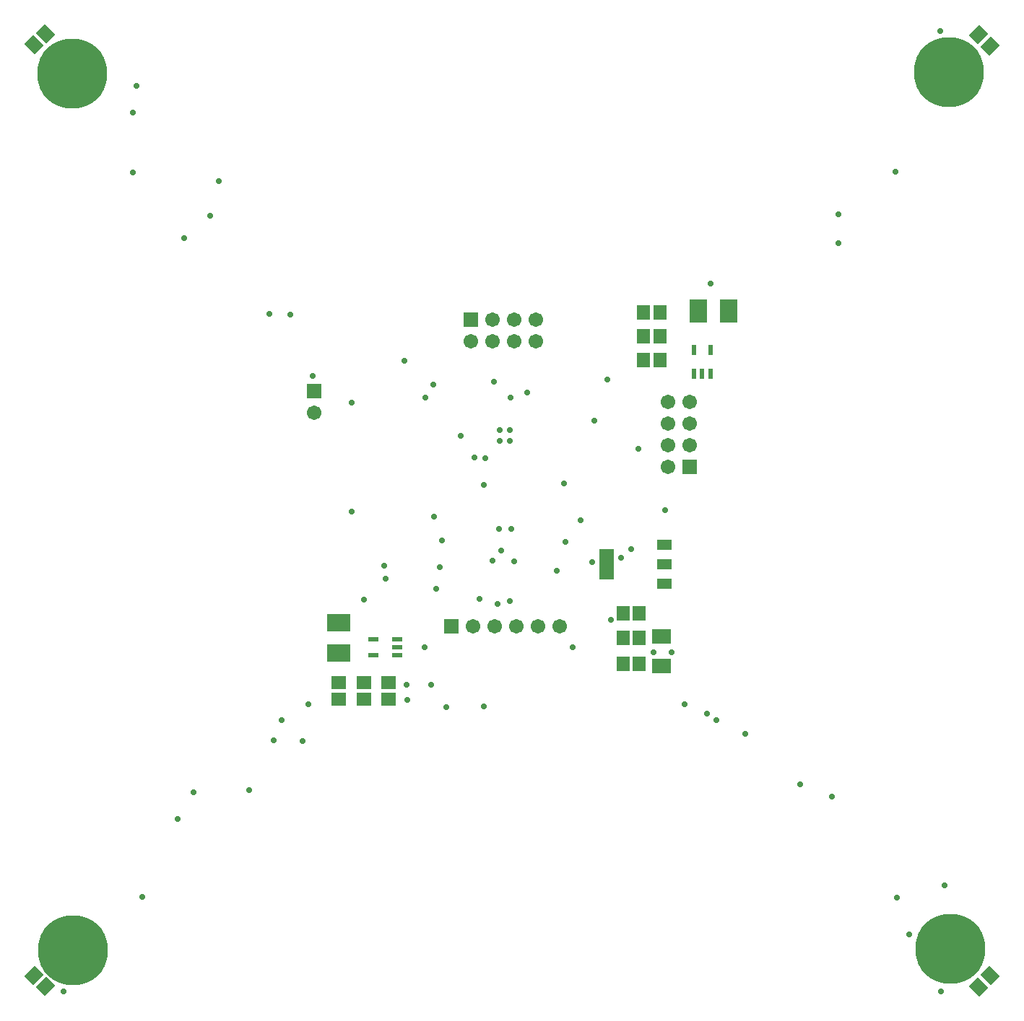
<source format=gbs>
%FSLAX25Y25*%
%MOIN*%
G70*
G01*
G75*
G04 Layer_Color=16711935*
G04:AMPARAMS|DCode=10|XSize=78.74mil|YSize=47.24mil|CornerRadius=0mil|HoleSize=0mil|Usage=FLASHONLY|Rotation=45.000|XOffset=0mil|YOffset=0mil|HoleType=Round|Shape=Rectangle|*
%AMROTATEDRECTD10*
4,1,4,-0.01114,-0.04454,-0.04454,-0.01114,0.01114,0.04454,0.04454,0.01114,-0.01114,-0.04454,0.0*
%
%ADD10ROTATEDRECTD10*%

G04:AMPARAMS|DCode=11|XSize=78.74mil|YSize=47.24mil|CornerRadius=0mil|HoleSize=0mil|Usage=FLASHONLY|Rotation=315.000|XOffset=0mil|YOffset=0mil|HoleType=Round|Shape=Rectangle|*
%AMROTATEDRECTD11*
4,1,4,-0.04454,0.01114,-0.01114,0.04454,0.04454,-0.01114,0.01114,-0.04454,-0.04454,0.01114,0.0*
%
%ADD11ROTATEDRECTD11*%

%ADD12O,0.08268X0.01181*%
%ADD13O,0.01181X0.08268*%
G04:AMPARAMS|DCode=14|XSize=59.06mil|YSize=51.18mil|CornerRadius=0mil|HoleSize=0mil|Usage=FLASHONLY|Rotation=225.000|XOffset=0mil|YOffset=0mil|HoleType=Round|Shape=Rectangle|*
%AMROTATEDRECTD14*
4,1,4,0.00278,0.03897,0.03897,0.00278,-0.00278,-0.03897,-0.03897,-0.00278,0.00278,0.03897,0.0*
%
%ADD14ROTATEDRECTD14*%

G04:AMPARAMS|DCode=15|XSize=35.43mil|YSize=37.4mil|CornerRadius=0mil|HoleSize=0mil|Usage=FLASHONLY|Rotation=45.000|XOffset=0mil|YOffset=0mil|HoleType=Round|Shape=Rectangle|*
%AMROTATEDRECTD15*
4,1,4,0.00070,-0.02575,-0.02575,0.00070,-0.00070,0.02575,0.02575,-0.00070,0.00070,-0.02575,0.0*
%
%ADD15ROTATEDRECTD15*%

G04:AMPARAMS|DCode=16|XSize=35.43mil|YSize=37.4mil|CornerRadius=0mil|HoleSize=0mil|Usage=FLASHONLY|Rotation=45.000|XOffset=0mil|YOffset=0mil|HoleType=Round|Shape=Rectangle|*
%AMROTATEDRECTD16*
4,1,4,0.00070,-0.02575,-0.02575,0.00070,-0.00070,0.02575,0.02575,-0.00070,0.00070,-0.02575,0.0*
%
%ADD16ROTATEDRECTD16*%

G04:AMPARAMS|DCode=17|XSize=59.06mil|YSize=51.18mil|CornerRadius=0mil|HoleSize=0mil|Usage=FLASHONLY|Rotation=135.000|XOffset=0mil|YOffset=0mil|HoleType=Round|Shape=Rectangle|*
%AMROTATEDRECTD17*
4,1,4,0.03897,-0.00278,0.00278,-0.03897,-0.03897,0.00278,-0.00278,0.03897,0.03897,-0.00278,0.0*
%
%ADD17ROTATEDRECTD17*%

G04:AMPARAMS|DCode=18|XSize=53.15mil|YSize=15.75mil|CornerRadius=0mil|HoleSize=0mil|Usage=FLASHONLY|Rotation=0.000|XOffset=0mil|YOffset=0mil|HoleType=Round|Shape=Octagon|*
%AMOCTAGOND18*
4,1,8,0.02658,-0.00394,0.02658,0.00394,0.02264,0.00787,-0.02264,0.00787,-0.02658,0.00394,-0.02658,-0.00394,-0.02264,-0.00787,0.02264,-0.00787,0.02658,-0.00394,0.0*
%
%ADD18OCTAGOND18*%

%ADD19R,0.07480X0.09000*%
%ADD20R,0.07480X0.07087*%
G04:AMPARAMS|DCode=21|XSize=35.43mil|YSize=37.4mil|CornerRadius=0mil|HoleSize=0mil|Usage=FLASHONLY|Rotation=135.000|XOffset=0mil|YOffset=0mil|HoleType=Round|Shape=Rectangle|*
%AMROTATEDRECTD21*
4,1,4,0.02575,0.00070,-0.00070,-0.02575,-0.02575,-0.00070,0.00070,0.02575,0.02575,0.00070,0.0*
%
%ADD21ROTATEDRECTD21*%

G04:AMPARAMS|DCode=22|XSize=35.43mil|YSize=37.4mil|CornerRadius=0mil|HoleSize=0mil|Usage=FLASHONLY|Rotation=135.000|XOffset=0mil|YOffset=0mil|HoleType=Round|Shape=Rectangle|*
%AMROTATEDRECTD22*
4,1,4,0.02575,0.00070,-0.00070,-0.02575,-0.02575,-0.00070,0.00070,0.02575,0.02575,0.00070,0.0*
%
%ADD22ROTATEDRECTD22*%

%ADD23R,0.07480X0.02756*%
%ADD24O,0.02362X0.00984*%
%ADD25O,0.00984X0.02362*%
%ADD26R,0.11024X0.10630*%
%ADD27R,0.05906X0.05118*%
%ADD28R,0.05906X0.03937*%
%ADD29R,0.04724X0.01654*%
%ADD30R,0.05118X0.05906*%
%ADD31R,0.03543X0.03740*%
%ADD32R,0.03543X0.03740*%
%ADD33C,0.01000*%
%ADD34C,0.05906*%
%ADD35R,0.05906X0.05906*%
%ADD36R,0.05906X0.05906*%
%ADD37C,0.31496*%
%ADD38C,0.01969*%
%ADD39R,0.06102X0.04331*%
%ADD40R,0.06102X0.04331*%
%ADD41R,0.06102X0.13583*%
%ADD42R,0.07874X0.05906*%
%ADD43R,0.09843X0.07087*%
%ADD44R,0.03937X0.01575*%
%ADD45R,0.03937X0.01575*%
%ADD46R,0.07087X0.09843*%
%ADD47R,0.01575X0.03937*%
%ADD48R,0.01575X0.03937*%
%ADD49C,0.00984*%
%ADD50C,0.02362*%
%ADD51C,0.00787*%
G04:AMPARAMS|DCode=52|XSize=86.74mil|YSize=55.24mil|CornerRadius=0mil|HoleSize=0mil|Usage=FLASHONLY|Rotation=45.000|XOffset=0mil|YOffset=0mil|HoleType=Round|Shape=Rectangle|*
%AMROTATEDRECTD52*
4,1,4,-0.01114,-0.05020,-0.05020,-0.01114,0.01114,0.05020,0.05020,0.01114,-0.01114,-0.05020,0.0*
%
%ADD52ROTATEDRECTD52*%

G04:AMPARAMS|DCode=53|XSize=86.74mil|YSize=55.24mil|CornerRadius=0mil|HoleSize=0mil|Usage=FLASHONLY|Rotation=315.000|XOffset=0mil|YOffset=0mil|HoleType=Round|Shape=Rectangle|*
%AMROTATEDRECTD53*
4,1,4,-0.05020,0.01114,-0.01114,0.05020,0.05020,-0.01114,0.01114,-0.05020,-0.05020,0.01114,0.0*
%
%ADD53ROTATEDRECTD53*%

%ADD54O,0.09068X0.01981*%
%ADD55O,0.01981X0.09068*%
G04:AMPARAMS|DCode=56|XSize=67.06mil|YSize=59.18mil|CornerRadius=0mil|HoleSize=0mil|Usage=FLASHONLY|Rotation=225.000|XOffset=0mil|YOffset=0mil|HoleType=Round|Shape=Rectangle|*
%AMROTATEDRECTD56*
4,1,4,0.00278,0.04463,0.04463,0.00278,-0.00278,-0.04463,-0.04463,-0.00278,0.00278,0.04463,0.0*
%
%ADD56ROTATEDRECTD56*%

G04:AMPARAMS|DCode=57|XSize=43.43mil|YSize=45.4mil|CornerRadius=0mil|HoleSize=0mil|Usage=FLASHONLY|Rotation=45.000|XOffset=0mil|YOffset=0mil|HoleType=Round|Shape=Rectangle|*
%AMROTATEDRECTD57*
4,1,4,0.00070,-0.03141,-0.03141,0.00070,-0.00070,0.03141,0.03141,-0.00070,0.00070,-0.03141,0.0*
%
%ADD57ROTATEDRECTD57*%

G04:AMPARAMS|DCode=58|XSize=43.43mil|YSize=45.4mil|CornerRadius=0mil|HoleSize=0mil|Usage=FLASHONLY|Rotation=45.000|XOffset=0mil|YOffset=0mil|HoleType=Round|Shape=Rectangle|*
%AMROTATEDRECTD58*
4,1,4,0.00070,-0.03141,-0.03141,0.00070,-0.00070,0.03141,0.03141,-0.00070,0.00070,-0.03141,0.0*
%
%ADD58ROTATEDRECTD58*%

G04:AMPARAMS|DCode=59|XSize=67.06mil|YSize=59.18mil|CornerRadius=0mil|HoleSize=0mil|Usage=FLASHONLY|Rotation=135.000|XOffset=0mil|YOffset=0mil|HoleType=Round|Shape=Rectangle|*
%AMROTATEDRECTD59*
4,1,4,0.04463,-0.00278,0.00278,-0.04463,-0.04463,0.00278,-0.00278,0.04463,0.04463,-0.00278,0.0*
%
%ADD59ROTATEDRECTD59*%

G04:AMPARAMS|DCode=60|XSize=61.15mil|YSize=23.75mil|CornerRadius=0mil|HoleSize=0mil|Usage=FLASHONLY|Rotation=0.000|XOffset=0mil|YOffset=0mil|HoleType=Round|Shape=Octagon|*
%AMOCTAGOND60*
4,1,8,0.03058,-0.00594,0.03058,0.00594,0.02464,0.01187,-0.02464,0.01187,-0.03058,0.00594,-0.03058,-0.00594,-0.02464,-0.01187,0.02464,-0.01187,0.03058,-0.00594,0.0*
%
%ADD60OCTAGOND60*%

%ADD61R,0.08280X0.09800*%
%ADD62R,0.08280X0.07887*%
G04:AMPARAMS|DCode=63|XSize=43.43mil|YSize=45.4mil|CornerRadius=0mil|HoleSize=0mil|Usage=FLASHONLY|Rotation=135.000|XOffset=0mil|YOffset=0mil|HoleType=Round|Shape=Rectangle|*
%AMROTATEDRECTD63*
4,1,4,0.03141,0.00070,-0.00070,-0.03141,-0.03141,-0.00070,0.00070,0.03141,0.03141,0.00070,0.0*
%
%ADD63ROTATEDRECTD63*%

G04:AMPARAMS|DCode=64|XSize=43.43mil|YSize=45.4mil|CornerRadius=0mil|HoleSize=0mil|Usage=FLASHONLY|Rotation=135.000|XOffset=0mil|YOffset=0mil|HoleType=Round|Shape=Rectangle|*
%AMROTATEDRECTD64*
4,1,4,0.03141,0.00070,-0.00070,-0.03141,-0.03141,-0.00070,0.00070,0.03141,0.03141,0.00070,0.0*
%
%ADD64ROTATEDRECTD64*%

%ADD65R,0.08280X0.03556*%
%ADD66O,0.03162X0.01784*%
%ADD67O,0.01784X0.03162*%
%ADD68R,0.11824X0.11430*%
%ADD69R,0.06706X0.05918*%
%ADD70R,0.06706X0.04737*%
%ADD71R,0.05524X0.02454*%
%ADD72R,0.05918X0.06706*%
%ADD73R,0.04343X0.04540*%
%ADD74R,0.04343X0.04540*%
%ADD75C,0.06706*%
%ADD76R,0.06706X0.06706*%
%ADD77R,0.06706X0.06706*%
%ADD78C,0.32296*%
%ADD79C,0.02769*%
%ADD80R,0.06902X0.05131*%
%ADD81R,0.06902X0.05131*%
%ADD82R,0.06902X0.14383*%
%ADD83R,0.08674X0.06706*%
%ADD84R,0.10642X0.07887*%
%ADD85R,0.04737X0.02375*%
%ADD86R,0.04737X0.02375*%
%ADD87R,0.07887X0.10642*%
%ADD88R,0.02375X0.04737*%
%ADD89R,0.02375X0.04737*%
D56*
X598645Y1021855D02*
D03*
X593355Y1027145D02*
D03*
X157355Y592645D02*
D03*
X162645Y587355D02*
D03*
D59*
X157355Y1022355D02*
D03*
X162645Y1027645D02*
D03*
X593212Y587212D02*
D03*
X598502Y592502D02*
D03*
D69*
X298000Y720260D02*
D03*
Y727740D02*
D03*
X309500Y720260D02*
D03*
Y727740D02*
D03*
X321000Y720260D02*
D03*
Y727740D02*
D03*
D72*
X429260Y736500D02*
D03*
X436740D02*
D03*
X429260Y748500D02*
D03*
X436740D02*
D03*
X429260Y760000D02*
D03*
X436740D02*
D03*
X438760Y899000D02*
D03*
X446240D02*
D03*
X438760Y888000D02*
D03*
X446240D02*
D03*
X438760Y877000D02*
D03*
X446240D02*
D03*
D75*
X450000Y857500D02*
D03*
Y847500D02*
D03*
Y837500D02*
D03*
Y827500D02*
D03*
X460000Y857500D02*
D03*
Y847500D02*
D03*
Y837500D02*
D03*
X360000Y754000D02*
D03*
X370000D02*
D03*
X380000D02*
D03*
X390000D02*
D03*
X400000D02*
D03*
X359000Y885500D02*
D03*
X369000D02*
D03*
Y895500D02*
D03*
X379000Y885500D02*
D03*
Y895500D02*
D03*
X389000Y885500D02*
D03*
Y895500D02*
D03*
X286500Y852500D02*
D03*
D76*
X460000Y827500D02*
D03*
X286500Y862500D02*
D03*
D77*
X350000Y754000D02*
D03*
X359000Y895500D02*
D03*
D78*
X174818Y1009182D02*
D03*
X579682Y1009682D02*
D03*
X175318Y604318D02*
D03*
X580182Y604818D02*
D03*
D79*
X372138Y844362D02*
D03*
X376862D02*
D03*
X372138Y839638D02*
D03*
X376862D02*
D03*
X398700Y779400D02*
D03*
X402500Y792890D02*
D03*
X423500Y756760D02*
D03*
X448600Y807600D02*
D03*
X369079Y784100D02*
D03*
X170900Y585300D02*
D03*
X337700Y744200D02*
D03*
X242700Y959600D02*
D03*
X329300Y727000D02*
D03*
X283900Y717900D02*
D03*
X337900Y859600D02*
D03*
X309600Y766300D02*
D03*
X360500Y831800D02*
D03*
X371900Y798800D02*
D03*
X385100Y861940D02*
D03*
X373000Y788900D02*
D03*
X402060Y820000D02*
D03*
X266000Y898200D02*
D03*
X328400Y876600D02*
D03*
X275500Y898000D02*
D03*
X365000Y819300D02*
D03*
X365600Y831400D02*
D03*
X436300Y835800D02*
D03*
X369579Y866700D02*
D03*
X378921Y783825D02*
D03*
X443400Y741800D02*
D03*
X451500D02*
D03*
X256587Y678100D02*
D03*
X207200Y628713D02*
D03*
X204600Y1003492D02*
D03*
X341600Y865500D02*
D03*
X469600Y912200D02*
D03*
X555000Y963800D02*
D03*
X344600Y781300D02*
D03*
X319700Y775900D02*
D03*
X422000Y867800D02*
D03*
X555787Y628626D02*
D03*
X329600Y719700D02*
D03*
X319000Y781800D02*
D03*
X285878Y869678D02*
D03*
X202986Y991300D02*
D03*
X203100Y963600D02*
D03*
X406000Y744100D02*
D03*
X416000Y848700D02*
D03*
X377700Y798900D02*
D03*
X428300Y785600D02*
D03*
X371300Y764210D02*
D03*
X377453Y859453D02*
D03*
X354400Y841900D02*
D03*
X528563Y944300D02*
D03*
X238645Y943355D02*
D03*
X267913Y701025D02*
D03*
X525500Y675200D02*
D03*
X577800Y634100D02*
D03*
X576100Y585100D02*
D03*
X230855Y677153D02*
D03*
X472175Y710500D02*
D03*
X226604Y933304D02*
D03*
X223700Y664700D02*
D03*
X561246Y611400D02*
D03*
X575700Y1028700D02*
D03*
X363000Y766400D02*
D03*
X342900Y771300D02*
D03*
X341900Y804600D02*
D03*
X365100Y716800D02*
D03*
X345800Y793600D02*
D03*
X347700Y716400D02*
D03*
X303900Y857200D02*
D03*
Y807000D02*
D03*
X281400Y700810D02*
D03*
X271700Y710510D02*
D03*
X485600Y704200D02*
D03*
X510900Y680900D02*
D03*
X340700Y726700D02*
D03*
X415100Y783600D02*
D03*
X377100Y765400D02*
D03*
X433000Y789500D02*
D03*
X409500Y803000D02*
D03*
X528500Y931000D02*
D03*
X457500Y718000D02*
D03*
X468041Y713500D02*
D03*
D80*
X448287Y782500D02*
D03*
Y773445D02*
D03*
D81*
Y791555D02*
D03*
D82*
X421713Y782500D02*
D03*
D83*
X447000Y735500D02*
D03*
Y749280D02*
D03*
D84*
X298000Y755500D02*
D03*
Y741500D02*
D03*
D85*
X325000Y748000D02*
D03*
Y744260D02*
D03*
Y740520D02*
D03*
X313976D02*
D03*
D86*
Y748000D02*
D03*
D87*
X478000Y899500D02*
D03*
X464000D02*
D03*
D88*
X469500Y870500D02*
D03*
X465760D02*
D03*
X462020D02*
D03*
Y881524D02*
D03*
D89*
X469500D02*
D03*
M02*

</source>
